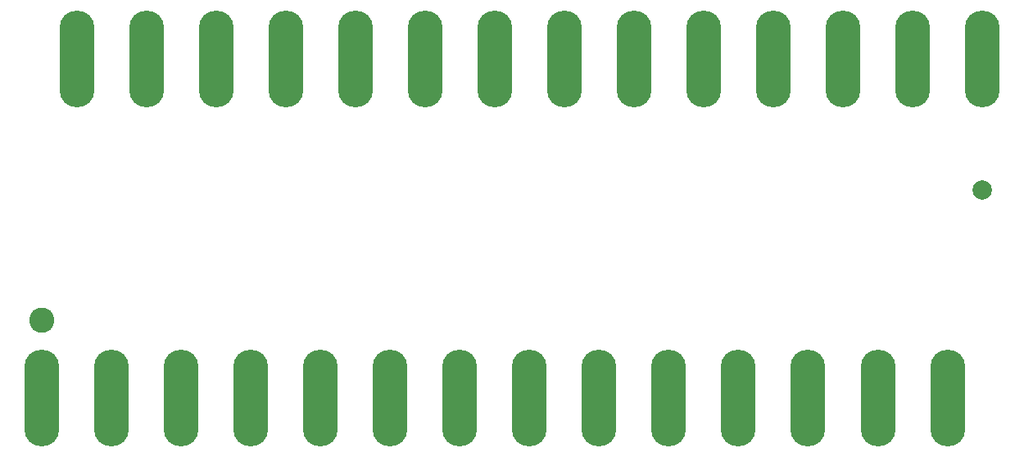
<source format=gbl>
G04 #@! TF.GenerationSoftware,KiCad,Pcbnew,(5.1.5-0)*
G04 #@! TF.CreationDate,2020-06-12T16:48:31+02:00*
G04 #@! TF.ProjectId,Divider1,44697669-6465-4723-912e-6b696361645f,rev?*
G04 #@! TF.SameCoordinates,Original*
G04 #@! TF.FileFunction,Copper,L2,Bot*
G04 #@! TF.FilePolarity,Positive*
%FSLAX46Y46*%
G04 Gerber Fmt 4.6, Leading zero omitted, Abs format (unit mm)*
G04 Created by KiCad (PCBNEW (5.1.5-0)) date 2020-06-12 16:48:31*
%MOMM*%
%LPD*%
G04 APERTURE LIST*
%ADD10C,2.000000*%
%ADD11C,2.600000*%
%ADD12O,3.600000X10.000000*%
G04 APERTURE END LIST*
D10*
X148200000Y-72000000D03*
D11*
X51000000Y-85500000D03*
D12*
X51000000Y-93500000D03*
X148200000Y-58500000D03*
X141000000Y-58500000D03*
X133800000Y-58500000D03*
X126600000Y-58500000D03*
X119400000Y-58500000D03*
X112200000Y-58500000D03*
X105000000Y-58500000D03*
X97800000Y-58500000D03*
X90600000Y-58500000D03*
X83400000Y-58500000D03*
X76200000Y-58500000D03*
X69000000Y-58500000D03*
X61800000Y-58500000D03*
X54600000Y-58500000D03*
X144600000Y-93500000D03*
X137400000Y-93500000D03*
X130200000Y-93500000D03*
X123000000Y-93500000D03*
X115800000Y-93500000D03*
X108600000Y-93500000D03*
X101400000Y-93500000D03*
X94200000Y-93500000D03*
X87000000Y-93500000D03*
X79800000Y-93500000D03*
X72600000Y-93500000D03*
X65400000Y-93500000D03*
X58200000Y-93500000D03*
M02*

</source>
